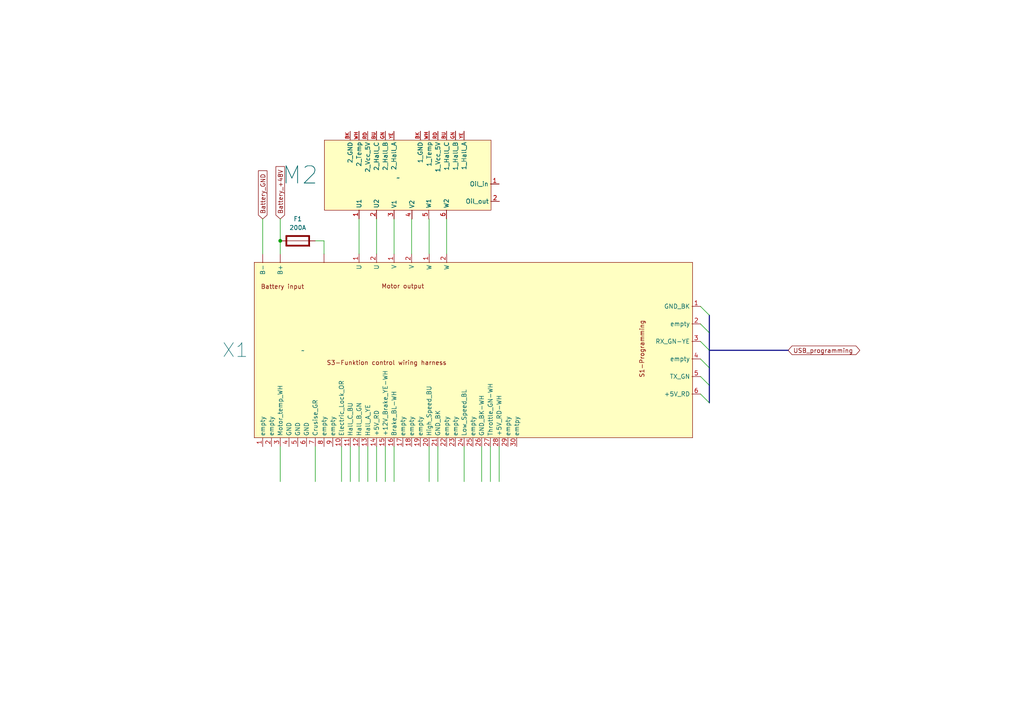
<source format=kicad_sch>
(kicad_sch (version 20230121) (generator eeschema)
  (paper "A4")
  (title_block (title "Hyperloop 48V") (company "Hoschule Emden Leer"))
  (lib_symbols
    (symbol "PCM_Elektuur:F" (pin_numbers hide) (pin_names (offset 0) hide)
      (property "Reference" "F" (at 2.54 3.175 0))
      (property "Value" "F" (at 2.54 -3.175 0))
      (symbol "F_1_0"
        (polyline (pts (xy 0 3.429) (xy 0 -3.429)))
        (pin passive line (at 0 5.08 270) (length 1.651) (name "+") (number "1"))
        (pin passive line (at 0 -5.08 90) (length 1.651) (name "-") (number "2"))
      )
      (symbol "F_1_1"
        (polyline (pts (xy -1.524 -3.429) (xy 1.524 -3.429) (xy 1.524 3.429) (xy -1.524 3.429) (xy -1.524 -3.429) (xy -1.27 -3.175) (xy -1.27 3.175) (xy 1.27 3.175) (xy 1.27 -3.175) (xy -1.27 -3.175) (xy -1.524 -3.429)) (stroke (width 0.254)) (fill (type outline)))
      )
      (symbol "F_1_2"
        (polyline (pts (xy -1.524 -3.429) (xy 1.524 -3.429) (xy 1.524 3.429) (xy -1.524 3.429) (xy -1.524 -3.429) (xy -1.27 -3.175) (xy -1.27 2.667) (xy 1.27 2.667) (xy 1.27 -3.175) (xy -1.27 -3.175) (xy -1.524 -3.429)) (stroke (width 0.254)) (fill (type outline)))
      )
    )
    (symbol "goldenmotor.kicad_sym:CON"
      (property "Reference" "X" (at -3.2512 26.5938 0))
      (symbol "CON_1_0"
        (pin input line (at 25.4 -2.54 90) (length 2.54) (name "Electric_Lock_OR") (number "10"))
        (pin input line (at 27.94 -2.54 90) (length 2.54) (name "Hall_C_BU") (number "11"))
        (pin input line (at 30.48 -2.54 90) (length 2.54) (name "Hall_B_GN") (number "12"))
        (pin input line (at 33.02 -2.54 90) (length 2.54) (name "Hall_A_YE") (number "13"))
        (pin input line (at 35.56 -2.54 90) (length 2.54) (name "+5V_RD") (number "14"))
        (pin input line (at 38.1 -2.54 90) (length 2.54) (name "+12V_Brake_YE-WH") (number "15"))
        (pin input line (at 40.64 -2.54 90) (length 2.54) (name "Brake_BL-WH") (number "16"))
        (pin input line (at 43.18 -2.54 90) (length 2.54) (name "empty") (number "17"))
        (pin input line (at 45.72 -2.54 90) (length 2.54) (name "empty") (number "18"))
        (pin input line (at 48.26 -2.54 90) (length 2.54) (name "empty") (number "19"))
        (pin input line (at 5.08 -2.54 90) (length 2.54) (name "empty") (number "2"))
        (pin input line (at 50.8 -2.54 90) (length 2.54) (name "High_Speed_BU") (number "20"))
        (pin input line (at 53.34 -2.54 90) (length 2.54) (name "GND_BK") (number "21"))
        (pin input line (at 55.88 -2.54 90) (length 2.54) (name "empty") (number "22"))
        (pin input line (at 58.42 -2.54 90) (length 2.54) (name "empty") (number "23"))
        (pin input line (at 60.96 -2.54 90) (length 2.54) (name "Low_Speed_BL") (number "24"))
        (pin input line (at 63.5 -2.54 90) (length 2.54) (name "empty") (number "25"))
        (pin input line (at 66.04 -2.54 90) (length 2.54) (name "GND_BK-WH") (number "26"))
        (pin input line (at 68.58 -2.54 90) (length 2.54) (name "Throttle_GN-WH") (number "27"))
        (pin input line (at 71.12 -2.54 90) (length 2.54) (name "+5V_RD-WH") (number "28"))
        (pin input line (at 73.66 -2.54 90) (length 2.54) (name "empty") (number "29"))
        (pin input line (at 7.62 -2.54 90) (length 2.54) (name "Motor_temp_WH") (number "3"))
        (pin input line (at 76.2 -2.54 90) (length 2.54) (name "emtpy") (number "30"))
        (pin input line (at 10.16 -2.54 90) (length 2.54) (name "GND") (number "4"))
        (pin input line (at 12.7 -2.54 90) (length 2.54) (name "GND") (number "5"))
        (pin input line (at 15.24 -2.54 90) (length 2.54) (name "GND") (number "6"))
        (pin input line (at 17.78 -2.54 90) (length 2.54) (name "Crusise_GR") (number "7"))
        (pin input line (at 20.32 -2.54 90) (length 2.54) (name "empty") (number "8"))
        (pin input line (at 22.86 -2.54 90) (length 2.54) (name "empty") (number "9"))
      )
      (symbol "CON_1_1"
        (rectangle (start 0.0762 50.9016) (end 127.2286 0.0254) (fill (type background)))
        (text "Battery input" (at 8.2804 43.8912 0) (effects (font (size 1.27 1.27))))
        (text "Motor output" (at 43.18 44.0182 0) (effects (font (size 1.27 1.27))))
        (text "S1-Programming" (at 112.5474 25.8572 900) (effects (font (size 1.27 1.27))))
        (text "S3-Funktion control wiring harness" (at 21.0566 21.8186 0) (effects (font (size 1.27 1.27)) (justify left)))
        (pin input line (at 20.32 53.34 270) (length 2.54) (name "") (number ""))
        (pin input line (at 7.62 53.3146 270) (length 2.54) (name "B+") (number ""))
        (pin input line (at 2.54 53.3146 270) (length 2.54) (name "B-") (number ""))
        (pin input line (at 129.5527 38.1381 180) (length 2.54) (name "GND_BK") (number "1"))
        (pin input line (at 30.48 53.34 270) (length 2.54) (name "U") (number "1"))
        (pin input line (at 40.64 53.3146 270) (length 2.54) (name "V") (number "1"))
        (pin input line (at 50.8254 53.34 270) (length 2.54) (name "W") (number "1"))
        (pin input line (at 2.54 -2.54 90) (length 2.54) (name "empty") (number "1"))
        (pin input line (at 35.56 53.34 270) (length 2.54) (name "U") (number "2"))
        (pin input line (at 45.72 53.3146 270) (length 2.54) (name "V") (number "2"))
        (pin input line (at 55.9054 53.34 270) (length 2.54) (name "W") (number "2"))
        (pin input line (at 129.5527 33.0581 180) (length 2.54) (name "empty") (number "2"))
        (pin input line (at 129.5273 27.9781 180) (length 2.54) (name "RX_GN-YE") (number "3"))
        (pin input line (at 129.5273 22.8981 180) (length 2.54) (name "empty") (number "4"))
        (pin input line (at 129.5527 17.7927 180) (length 2.54) (name "TX_GN") (number "5"))
        (pin input line (at 129.5527 12.7127 180) (length 2.54) (name "+5V_RD") (number "6"))
      )
    )
    (symbol "goldenmotor.kicad_sym:ENG"
      (property "Reference" "M" (at -10.287 10.2616 0))
      (symbol "ENG_1_1"
        (rectangle (start 0.1016 20.32) (end 48.4378 0) (fill (type background)))
        (pin input line (at 50.8 7.5946 180) (length 2.54) (name "Oil_in") (number "1"))
        (pin input line (at 10.16 -2.5146 90) (length 2.54) (name "U1") (number "1"))
        (pin output line (at 50.8762 2.5654 180) (length 2.54) (name "Oil_out") (number "2"))
        (pin input line (at 15.2146 -2.5146 90) (length 2.54) (name "U2") (number "2"))
        (pin input line (at 20.32 -2.54 90) (length 2.54) (name "V1") (number "3"))
        (pin input line (at 25.5016 -2.5654 90) (length 2.54) (name "V2") (number "4"))
        (pin input line (at 30.3784 -2.54 90) (length 2.54) (name "W1") (number "5"))
        (pin input line (at 35.5092 -2.5146 90) (length 2.54) (name "W2") (number "6"))
        (pin passive line (at 27.94 22.9108 270) (length 2.54) (name "1_GND") (number "BK"))
        (pin passive line (at 7.5946 22.8854 270) (length 2.54) (name "2_GND") (number "BK"))
        (pin output line (at 35.56 22.9108 270) (length 2.54) (name "1_Hall_C") (number "BU"))
        (pin output line (at 15.2146 22.8854 270) (length 2.54) (name "2_Hall_C") (number "BU"))
        (pin output line (at 38.1254 22.9362 270) (length 2.54) (name "1_Hall_B") (number "GN"))
        (pin output line (at 17.78 22.9108 270) (length 2.54) (name "2_Hall_B") (number "GN"))
        (pin power_in line (at 33.02 22.8854 270) (length 2.54) (name "1_Vcc_5V") (number "RD"))
        (pin power_in line (at 12.6746 22.86 270) (length 2.54) (name "2_Vcc_5V") (number "RD"))
        (pin output line (at 30.48 22.9362 270) (length 2.54) (name "1_Temp") (number "WH"))
        (pin output line (at 10.1346 22.9108 270) (length 2.54) (name "2_Temp") (number "WH"))
        (pin output line (at 40.6146 22.9108 270) (length 2.54) (name "1_Hall_A") (number "YE"))
        (pin output line (at 20.2692 22.8854 270) (length 2.54) (name "2_Hall_A") (number "YE"))
      )
    )
  )
  (junction (at 81.28 69.85))
  (bus_entry (at 203.2 114.3) (size 2.54 2.54))
  (bus_entry (at 203.2 104.14) (size 2.54 2.54))
  (bus_entry (at 203.2 109.22) (size 2.54 2.54))
  (bus_entry (at 203.2 93.98) (size 2.54 2.54))
  (bus_entry (at 203.2 88.9) (size 2.54 2.54))
  (bus_entry (at 203.2 99.06) (size 2.54 2.54))
  (wire (pts (xy 99.06 129.54) (xy 99.06 139.7)))
  (bus (pts (xy 205.74 101.6) (xy 205.74 106.68)))
  (wire (pts (xy 127 129.54) (xy 127 139.7)))
  (wire (pts (xy 124.46 63.5) (xy 124.46 73.66)))
  (wire (pts (xy 139.7 129.54) (xy 139.7 139.7)))
  (wire (pts (xy 144.78 129.54) (xy 144.78 139.7)))
  (bus (pts (xy 205.74 96.52) (xy 205.74 101.6)))
  (wire (pts (xy 111.76 129.54) (xy 111.76 139.7)))
  (wire (pts (xy 81.28 69.85) (xy 81.28 73.66)))
  (wire (pts (xy 81.28 63.5) (xy 81.28 69.85)))
  (wire (pts (xy 104.14 63.5) (xy 104.14 73.66)))
  (wire (pts (xy 101.6 129.54) (xy 101.6 139.7)))
  (wire (pts (xy 109.22 63.5) (xy 109.22 73.66)))
  (wire (pts (xy 114.3 129.54) (xy 114.3 139.7)))
  (bus (pts (xy 205.74 101.6) (xy 228.6 101.6)))
  (wire (pts (xy 91.44 129.54) (xy 91.44 139.7)))
  (wire (pts (xy 76.2 63.5) (xy 76.2 73.66)))
  (wire (pts (xy 119.38 63.5) (xy 119.38 73.66)))
  (wire (pts (xy 134.62 129.54) (xy 134.62 139.7)))
  (wire (pts (xy 106.68 129.54) (xy 106.68 139.7)))
  (wire (pts (xy 129.54 63.5) (xy 129.54 73.66)))
  (wire (pts (xy 124.46 129.54) (xy 124.46 139.7)))
  (wire (pts (xy 104.14 129.54) (xy 104.14 139.7)))
  (wire (pts (xy 93.98 69.85) (xy 93.98 73.66)))
  (wire (pts (xy 91.44 69.85) (xy 93.98 69.85)))
  (wire (pts (xy 109.22 129.54) (xy 109.22 139.7)))
  (wire (pts (xy 142.24 129.54) (xy 142.24 139.7)))
  (bus (pts (xy 205.74 111.76) (xy 205.74 116.84)))
  (bus (pts (xy 205.74 91.44) (xy 205.74 96.52)))
  (bus (pts (xy 205.74 106.68) (xy 205.74 111.76)))
  (wire (pts (xy 81.28 129.54) (xy 81.28 139.7)))
  (wire (pts (xy 114.3 63.5) (xy 114.3 73.66)))
  (global_label "Battery_+48V" (shape input) (at 81.28 63.5 90) (property "Intersheetrefs" "${INTERSHEET_REFS}" (effects hide)))
  (global_label "Battery_GND" (shape input) (at 76.2 63.5 90) (property "Intersheetrefs" "${INTERSHEET_REFS}" (effects hide)))
  (global_label "USB_programming" (shape bidirectional) (at 228.6 101.6 0) (property "Intersheetrefs" "${INTERSHEET_REFS}" (effects hide)))
  (symbol (lib_id "goldenmotor.kicad_sym:ENG") (at 93.98 60.96 0) (unit 1)
    (property "Reference" "M2" (at 92.71 50.7745 0) (effects (font (size 5 5)) (justify right)))
    (property "Value" "~" (at 115.4938 51.5874 0))
  )
  (symbol (lib_id "PCM_Elektuur:F") (at 86.36 69.85 90) (unit 1)
    (property "Reference" "F1" (at 86.36 63.5 90))
    (property "Value" "200A" (at 86.36 66.04 90))
    (property "Sim.Pins" "1=1 2=2" (effects hide))
    (property "Sim.Device" "SPICE" (effects hide))
    (property "Sim.Params" "X" (effects hide))
    (property "Indicator" "●" (effects hide))
    (property "Rating" "W" (effects hide))
  )
  (symbol (lib_id "goldenmotor.kicad_sym:CON") (at 73.66 127 0) (unit 1)
    (property "Reference" "X1" (at 72.39 101.5492 0) (effects (font (size 4 4)) (justify right)))
    (property "Value" "~" (at 87.8586 101.6762 0))
  )
)
</source>
